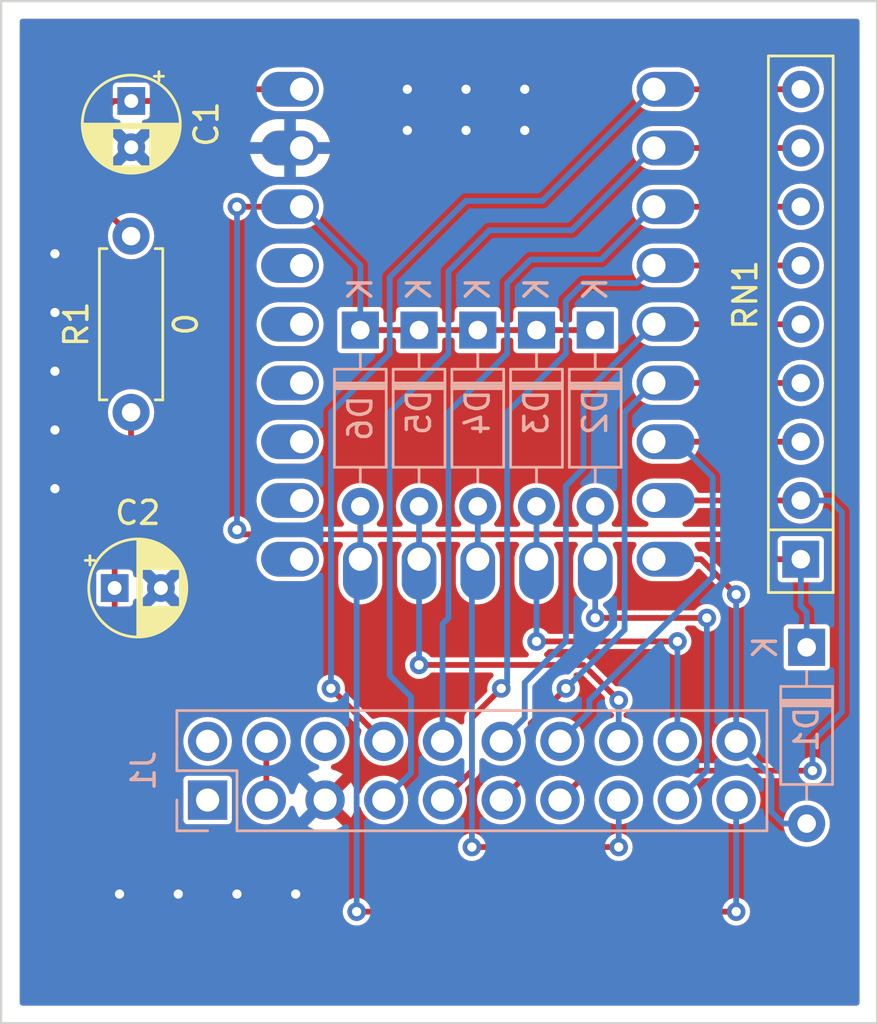
<source format=kicad_pcb>
(kicad_pcb (version 20221018) (generator pcbnew)
  (layers (0 "F.Cu" signal) (31 "B.Cu" signal) (34 "B.Paste" user) (35 "F.Paste" user) (36 "B.SilkS" user "B.Silkscreen") (37 "F.SilkS" user "F.Silkscreen") (38 "B.Mask" user) (39 "F.Mask" user) (44 "Edge.Cuts" user))
  (net 0 "")
  (net 3 "GNDD")
  (net 4 "/SPK")
  (net 5 "/KC9")
  (net 6 "/KC8")
  (net 7 "/KC11")
  (net 8 "/KC10")
  (net 9 "/KC13")
  (net 10 "/KC12")
  (net 11 "/KC15")
  (net 12 "/KC14")
  (net 13 "/KR3")
  (net 14 "/KR4")
  (net 15 "/KR1")
  (net 16 "/KR2")
  (net 17 "/KR5")
  (net 18 "/KR0")
  (net 25 "/V3_3")
  (net 26 "Net-(U1-5V)")
  (net 27 "VCC")
  (footprint "Capacitor_THT:CP_Radial_D4.0mm_P2.00mm" (layer "F.Cu") (at 93.515401 97.765221)
    (fp_text reference "C2" (at 1 -3.25) (layer "F.SilkS"))
    (fp_text value "10u")
    (fp_line (start -1.269801 -1.195) (end -0.869801 -1.195) (stroke (width 0.12)) (layer "F.SilkS"))
    (fp_line (start -1.069801 -1.395) (end -1.069801 -0.995) (stroke (width 0.12)) (layer "F.SilkS"))
    (fp_line (start 1 -2.08) (end 1 2.08) (stroke (width 0.12)) (layer "F.SilkS"))
    (fp_line (start 1.04 -2.08) (end 1.04 2.08) (stroke (width 0.12)) (layer "F.SilkS"))
    (fp_line (start 1.08 -2.079) (end 1.08 2.079) (stroke (width 0.12)) (layer "F.SilkS"))
    (fp_line (start 1.12 -2.077) (end 1.12 2.077) (stroke (width 0.12)) (layer "F.SilkS"))
    (fp_line (start 1.16 -2.074) (end 1.16 2.074) (stroke (width 0.12)) (layer "F.SilkS"))
    (fp_line (start 1.2 -2.071) (end 1.2 -0.84) (stroke (width 0.12)) (layer "F.SilkS"))
    (fp_line (start 1.2 0.84) (end 1.2 2.071) (stroke (width 0.12)) (layer "F.SilkS"))
    (fp_line (start 1.24 -2.067) (end 1.24 -0.84) (stroke (width 0.12)) (layer "F.SilkS"))
    (fp_line (start 1.24 0.84) (end 1.24 2.067) (stroke (width 0.12)) (layer "F.SilkS"))
    (fp_line (start 1.28 -2.062) (end 1.28 -0.84) (stroke (width 0.12)) (layer "F.SilkS"))
    (fp_line (start 1.28 0.84) (end 1.28 2.062) (stroke (width 0.12)) (layer "F.SilkS"))
    (fp_line (start 1.32 -2.056) (end 1.32 -0.84) (stroke (width 0.12)) (layer "F.SilkS"))
    (fp_line (start 1.32 0.84) (end 1.32 2.056) (stroke (width 0.12)) (layer "F.SilkS"))
    (fp_line (start 1.36 -2.05) (end 1.36 -0.84) (stroke (width 0.12)) (layer "F.SilkS"))
    (fp_line (start 1.36 0.84) (end 1.36 2.05) (stroke (width 0.12)) (layer "F.SilkS"))
    (fp_line (start 1.4 -2.042) (end 1.4 -0.84) (stroke (width 0.12)) (layer "F.SilkS"))
    (fp_line (start 1.4 0.84) (end 1.4 2.042) (stroke (width 0.12)) (layer "F.SilkS"))
    (fp_line (start 1.44 -2.034) (end 1.44 -0.84) (stroke (width 0.12)) (layer "F.SilkS"))
    (fp_line (start 1.44 0.84) (end 1.44 2.034) (stroke (width 0.12)) (layer "F.SilkS"))
    (fp_line (start 1.48 -2.025) (end 1.48 -0.84) (stroke (width 0.12)) (layer "F.SilkS"))
    (fp_line (start 1.48 0.84) (end 1.48 2.025) (stroke (width 0.12)) (layer "F.SilkS"))
    (fp_line (start 1.52 -2.016) (end 1.52 -0.84) (stroke (width 0.12)) (layer "F.SilkS"))
    (fp_line (start 1.52 0.84) (end 1.52 2.016) (stroke (width 0.12)) (layer "F.SilkS"))
    (fp_line (start 1.56 -2.005) (end 1.56 -0.84) (stroke (width 0.12)) (layer "F.SilkS"))
    (fp_line (start 1.56 0.84) (end 1.56 2.005) (stroke (width 0.12)) (layer "F.SilkS"))
    (fp_line (start 1.6 -1.994) (end 1.6 -0.84) (stroke (width 0.12)) (layer "F.SilkS"))
    (fp_line (start 1.6 0.84) (end 1.6 1.994) (stroke (width 0.12)) (layer "F.SilkS"))
    (fp_line (start 1.64 -1.982) (end 1.64 -0.84) (stroke (width 0.12)) (layer "F.SilkS"))
    (fp_line (start 1.64 0.84) (end 1.64 1.982) (stroke (width 0.12)) (layer "F.SilkS"))
    (fp_line (start 1.68 -1.968) (end 1.68 -0.84) (stroke (width 0.12)) (layer "F.SilkS"))
    (fp_line (start 1.68 0.84) (end 1.68 1.968) (stroke (width 0.12)) (layer "F.SilkS"))
    (fp_line (start 1.721 -1.954) (end 1.721 -0.84) (stroke (width 0.12)) (layer "F.SilkS"))
    (fp_line (start 1.721 0.84) (end 1.721 1.954) (stroke (width 0.12)) (layer "F.SilkS"))
    (fp_line (start 1.761 -1.94) (end 1.761 -0.84) (stroke (width 0.12)) (layer "F.SilkS"))
    (fp_line (start 1.761 0.84) (end 1.761 1.94) (stroke (width 0.12)) (layer "F.SilkS"))
    (fp_line (start 1.801 -1.924) (end 1.801 -0.84) (stroke (width 0.12)) (layer "F.SilkS"))
    (fp_line (start 1.801 0.84) (end 1.801 1.924) (stroke (width 0.12)) (layer "F.SilkS"))
    (fp_line (start 1.841 -1.907) (end 1.841 -0.84) (stroke (width 0.12)) (layer "F.SilkS"))
    (fp_line (start 1.841 0.84) (end 1.841 1.907) (stroke (width 0.12)) (layer "F.SilkS"))
    (fp_line (start 1.881 -1.889) (end 1.881 -0.84) (stroke (width 0.12)) (layer "F.SilkS"))
    (fp_line (start 1.881 0.84) (end 1.881 1.889) (stroke (width 0.12)) (layer "F.SilkS"))
    (fp_line (start 1.921 -1.87) (end 1.921 -0.84) (stroke (width 0.12)) (layer "F.SilkS"))
    (fp_line (start 1.921 0.84) (end 1.921 1.87) (stroke (width 0.12)) (layer "F.SilkS"))
    (fp_line (start 1.961 -1.851) (end 1.961 -0.84) (stroke (width 0.12)) (layer "F.SilkS"))
    (fp_line (start 1.961 0.84) (end 1.961 1.851) (stroke (width 0.12)) (layer "F.SilkS"))
    (fp_line (start 2.001 -1.83) (end 2.001 -0.84) (stroke (width 0.12)) (layer "F.SilkS"))
    (fp_line (start 2.001 0.84) (end 2.001 1.83) (stroke (width 0.12)) (layer "F.SilkS"))
    (fp_line (start 2.041 -1.808) (end 2.041 -0.84) (stroke (width 0.12)) (layer "F.SilkS"))
    (fp_line (start 2.041 0.84) (end 2.041 1.808) (stroke (width 0.12)) (layer "F.SilkS"))
    (fp_line (start 2.081 -1.785) (end 2.081 -0.84) (stroke (width 0.12)) (layer "F.SilkS"))
    (fp_line (start 2.081 0.84) (end 2.081 1.785) (stroke (width 0.12)) (layer "F.SilkS"))
    (fp_line (start 2.121 -1.76) (end 2.121 -0.84) (stroke (width 0.12)) (layer "F.SilkS"))
    (fp_line (start 2.121 0.84) (end 2.121 1.76) (stroke (width 0.12)) (layer "F.SilkS"))
    (fp_line (start 2.161 -1.735) (end 2.161 -0.84) (stroke (width 0.12)) (layer "F.SilkS"))
    (fp_line (start 2.161 0.84) (end 2.161 1.735) (stroke (width 0.12)) (layer "F.SilkS"))
    (fp_line (start 2.201 -1.708) (end 2.201 -0.84) (stroke (width 0.12)) (layer "F.SilkS"))
    (fp_line (start 2.201 0.84) (end 2.201 1.708) (stroke (width 0.12)) (layer "F.SilkS"))
    (fp_line (start 2.241 -1.68) (end 2.241 -0.84) (stroke (width 0.12)) (layer "F.SilkS"))
    (fp_line (start 2.241 0.84) (end 2.241 1.68) (stroke (width 0.12)) (layer "F.SilkS"))
    (fp_line (start 2.281 -1.65) (end 2.281 -0.84) (stroke (width 0.12)) (layer "F.SilkS"))
    (fp_line (start 2.281 0.84) (end 2.281 1.65) (stroke (width 0.12)) (layer "F.SilkS"))
    (fp_line (start 2.321 -1.619) (end 2.321 -0.84) (stroke (width 0.12)) (layer "F.SilkS"))
    (fp_line (start 2.321 0.84) (end 2.321 1.619) (stroke (width 0.12)) (layer "F.SilkS"))
    (fp_line (start 2.361 -1.587) (end 2.361 -0.84) (stroke (width 0.12)) (layer "F.SilkS"))
    (fp_line (start 2.361 0.84) (end 2.361 1.587) (stroke (width 0.12)) (layer "F.SilkS"))
    (fp_line (start 2.401 -1.552) (end 2.401 -0.84) (stroke (width 0.12)) (layer "F.SilkS"))
    (fp_line (start 2.401 0.84) (end 2.401 1.552) (stroke (width 0.12)) (layer "F.SilkS"))
    (fp_line (start 2.441 -1.516) (end 2.441 -0.84) (stroke (width 0.12)) (layer "F.SilkS"))
    (fp_line (start 2.441 0.84) (end 2.441 1.516) (stroke (width 0.12)) (layer "F.SilkS"))
    (fp_line (start 2.481 -1.478) (end 2.481 -0.84) (stroke (width 0.12)) (layer "F.SilkS"))
    (fp_line (start 2.481 0.84) (end 2.481 1.478) (stroke (width 0.12)) (layer "F.SilkS"))
    (fp_line (start 2.521 -1.438) (end 2.521 -0.84) (stroke (width 0.12)) (layer "F.SilkS"))
    (fp_line (start 2.521 0.84) (end 2.521 1.438) (stroke (width 0.12)) (layer "F.SilkS"))
    (fp_line (start 2.561 -1.396) (end 2.561 -0.84) (stroke (width 0.12)) (layer "F.SilkS"))
    (fp_line (start 2.561 0.84) (end 2.561 1.396) (stroke (width 0.12)) (layer "F.SilkS"))
    (fp_line (start 2.601 -1.351) (end 2.601 -0.84) (stroke (width 0.12)) (layer "F.SilkS"))
    (fp_line (start 2.601 0.84) (end 2.601 1.351) (stroke (width 0.12)) (layer "F.SilkS"))
    (fp_line (start 2.641 -1.304) (end 2.641 -0.84) (stroke (width 0.12)) (layer "F.SilkS"))
    (fp_line (start 2.641 0.84) (end 2.641 1.304) (stroke (width 0.12)) (layer "F.SilkS"))
    (fp_line (start 2.681 -1.254) (end 2.681 -0.84) (stroke (width 0.12)) (layer "F.SilkS"))
    (fp_line (start 2.681 0.84) (end 2.681 1.254) (stroke (width 0.12)) (layer "F.SilkS"))
    (fp_line (start 2.721 -1.2) (end 2.721 -0.84) (stroke (width 0.12)) (layer "F.SilkS"))
    (fp_line (start 2.721 0.84) (end 2.721 1.2) (stroke (width 0.12)) (layer "F.SilkS"))
    (fp_line (start 2.761 -1.142) (end 2.761 -0.84) (stroke (width 0.12)) (layer "F.SilkS"))
    (fp_line (start 2.761 0.84) (end 2.761 1.142) (stroke (width 0.12)) (layer "F.SilkS"))
    (fp_line (start 2.801 -1.08) (end 2.801 -0.84) (stroke (width 0.12)) (layer "F.SilkS"))
    (fp_line (start 2.801 0.84) (end 2.801 1.08) (stroke (width 0.12)) (layer "F.SilkS"))
    (fp_line (start 2.841 -1.013) (end 2.841 1.013) (stroke (width 0.12)) (layer "F.SilkS"))
    (fp_line (start 2.881 -0.94) (end 2.881 0.94) (stroke (width 0.12)) (layer "F.SilkS"))
    (fp_line (start 2.921 -0.859) (end 2.921 0.859) (stroke (width 0.12)) (layer "F.SilkS"))
    (fp_line (start 2.961 -0.768) (end 2.961 0.768) (stroke (width 0.12)) (layer "F.SilkS"))
    (fp_line (start 3.001 -0.664) (end 3.001 0.664) (stroke (width 0.12)) (layer "F.SilkS"))
    (fp_line (start 3.041 -0.537) (end 3.041 0.537) (stroke (width 0.12)) (layer "F.SilkS"))
    (fp_line (start 3.081 -0.37) (end 3.081 0.37) (stroke (width 0.12)) (layer "F.SilkS"))
    (fp_circle (center 1 0) (end 3.12 0) (stroke (width 0.12)) (fill none) (layer "F.SilkS"))
    (pad "1" thru_hole rect (at 0 0) (size 1.2 1.2) (drill 0.6) (layers "*.Cu" "*.Mask") (net 27 "VCC"))
    (pad "2" thru_hole circle (at 2 0) (size 1.2 1.2) (drill 0.6) (layers "*.Cu" "*.Mask") (net 3 "GNDD"))
  )
  (footprint "Capacitor_THT:CP_Radial_D4.0mm_P2.00mm" (layer "F.Cu") (at 94.234 76.708 -90)
    (fp_text reference "C1" (at 1 -3.25 90) (layer "F.SilkS"))
    (fp_text value "10u")
    (fp_line (start -1.269801 -1.195) (end -0.869801 -1.195) (stroke (width 0.12)) (layer "F.SilkS"))
    (fp_line (start -1.069801 -1.395) (end -1.069801 -0.995) (stroke (width 0.12)) (layer "F.SilkS"))
    (fp_line (start 1 -2.08) (end 1 2.08) (stroke (width 0.12)) (layer "F.SilkS"))
    (fp_line (start 1.04 -2.08) (end 1.04 2.08) (stroke (width 0.12)) (layer "F.SilkS"))
    (fp_line (start 1.08 -2.079) (end 1.08 2.079) (stroke (width 0.12)) (layer "F.SilkS"))
    (fp_line (start 1.12 -2.077) (end 1.12 2.077) (stroke (width 0.12)) (layer "F.SilkS"))
    (fp_line (start 1.16 -2.074) (end 1.16 2.074) (stroke (width 0.12)) (layer "F.SilkS"))
    (fp_line (start 1.2 -2.071) (end 1.2 -0.84) (stroke (width 0.12)) (layer "F.SilkS"))
    (fp_line (start 1.2 0.84) (end 1.2 2.071) (stroke (width 0.12)) (layer "F.SilkS"))
    (fp_line (start 1.24 -2.067) (end 1.24 -0.84) (stroke (width 0.12)) (layer "F.SilkS"))
    (fp_line (start 1.24 0.84) (end 1.24 2.067) (stroke (width 0.12)) (layer "F.SilkS"))
    (fp_line (start 1.28 -2.062) (end 1.28 -0.84) (stroke (width 0.12)) (layer "F.SilkS"))
    (fp_line (start 1.28 0.84) (end 1.28 2.062) (stroke (width 0.12)) (layer "F.SilkS"))
    (fp_line (start 1.32 -2.056) (end 1.32 -0.84) (stroke (width 0.12)) (layer "F.SilkS"))
    (fp_line (start 1.32 0.84) (end 1.32 2.056) (stroke (width 0.12)) (layer "F.SilkS"))
    (fp_line (start 1.36 -2.05) (end 1.36 -0.84) (stroke (width 0.12)) (layer "F.SilkS"))
    (fp_line (start 1.36 0.84) (end 1.36 2.05) (stroke (width 0.12)) (layer "F.SilkS"))
    (fp_line (start 1.4 -2.042) (end 1.4 -0.84) (stroke (width 0.12)) (layer "F.SilkS"))
    (fp_line (start 1.4 0.84) (end 1.4 2.042) (stroke (width 0.12)) (layer "F.SilkS"))
    (fp_line (start 1.44 -2.034) (end 1.44 -0.84) (stroke (width 0.12)) (layer "F.SilkS"))
    (fp_line (start 1.44 0.84) (end 1.44 2.034) (stroke (width 0.12)) (layer "F.SilkS"))
    (fp_line (start 1.48 -2.025) (end 1.48 -0.84) (stroke (width 0.12)) (layer "F.SilkS"))
    (fp_line (start 1.48 0.84) (end 1.48 2.025) (stroke (width 0.12)) (layer "F.SilkS"))
    (fp_line (start 1.52 -2.016) (end 1.52 -0.84) (stroke (width 0.12)) (layer "F.SilkS"))
    (fp_line (start 1.52 0.84) (end 1.52 2.016) (stroke (width 0.12)) (layer "F.SilkS"))
    (fp_line (start 1.56 -2.005) (end 1.56 -0.84) (stroke (width 0.12)) (layer "F.SilkS"))
    (fp_line (start 1.56 0.84) (end 1.56 2.005) (stroke (width 0.12)) (layer "F.SilkS"))
    (fp_line (start 1.6 -1.994) (end 1.6 -0.84) (stroke (width 0.12)) (layer "F.SilkS"))
    (fp_line (start 1.6 0.84) (end 1.6 1.994) (stroke (width 0.12)) (layer "F.SilkS"))
    (fp_line (start 1.64 -1.982) (end 1.64 -0.84) (stroke (width 0.12)) (layer "F.SilkS"))
    (fp_line (start 1.64 0.84) (end 1.64 1.982) (stroke (width 0.12)) (layer "F.SilkS"))
    (fp_line (start 1.68 -1.968) (end 1.68 -0.84) (stroke (width 0.12)) (layer "F.SilkS"))
    (fp_line (start 1.68 0.84) (end 1.68 1.968) (stroke (width 0.12)) (layer "F.SilkS"))
    (fp_line (start 1.721 -1.954) (end 1.721 -0.84) (stroke (width 0.12)) (layer "F.SilkS"))
    (fp_line (start 1.721 0.84) (end 1.721 1.954) (stroke (width 0.12)) (layer "F.SilkS"))
    (fp_line (start 1.761 -1.94) (end 1.761 -0.84) (stroke (width 0.12)) (layer "F.SilkS"))
    (fp_line (start 1.761 0.84) (end 1.761 1.94) (stroke (width 0.12)) (layer "F.SilkS"))
    (fp_line (start 1.801 -1.924) (end 1.801 -0.84) (stroke (width 0.12)) (layer "F.SilkS"))
    (fp_line (start 1.801 0.84) (end 1.801 1.924) (stroke (width 0.12)) (layer "F.SilkS"))
    (fp_line (start 1.841 -1.907) (end 1.841 -0.84) (stroke (width 0.12)) (layer "F.SilkS"))
    (fp_line (start 1.841 0.84) (end 1.841 1.907) (stroke (width 0.12)) (layer "F.SilkS"))
    (fp_line (start 1.881 -1.889) (end 1.881 -0.84) (stroke (width 0.12)) (layer "F.SilkS"))
    (fp_line (start 1.881 0.84) (end 1.881 1.889) (stroke (width 0.12)) (layer "F.SilkS"))
    (fp_line (start 1.921 -1.87) (end 1.921 -0.84) (stroke (width 0.12)) (layer "F.SilkS"))
    (fp_line (start 1.921 0.84) (end 1.921 1.87) (stroke (width 0.12)) (layer "F.SilkS"))
    (fp_line (start 1.961 -1.851) (end 1.961 -0.84) (stroke (width 0.12)) (layer "F.SilkS"))
    (fp_line (start 1.961 0.84) (end 1.961 1.851) (stroke (width 0.12)) (layer "F.SilkS"))
    (fp_line (start 2.001 -1.83) (end 2.001 -0.84) (stroke (width 0.12)) (layer "F.SilkS"))
    (fp_line (start 2.001 0.84) (end 2.001 1.83) (stroke (width 0.12)) (layer "F.SilkS"))
    (fp_line (start 2.041 -1.808) (end 2.041 -0.84) (stroke (width 0.12)) (layer "F.SilkS"))
    (fp_line (start 2.041 0.84) (end 2.041 1.808) (stroke (width 0.12)) (layer "F.SilkS"))
    (fp_line (start 2.081 -1.785) (end 2.081 -0.84) (stroke (width 0.12)) (layer "F.SilkS"))
    (fp_line (start 2.081 0.84) (end 2.081 1.785) (stroke (width 0.12)) (layer "F.SilkS"))
    (fp_line (start 2.121 -1.76) (end 2.121 -0.84) (stroke (width 0.12)) (layer "F.SilkS"))
    (fp_line (start 2.121 0.84) (end 2.121 1.76) (stroke (width 0.12)) (layer "F.SilkS"))
    (fp_line (start 2.161 -1.735) (end 2.161 -0.84) (stroke (width 0.12)) (layer "F.SilkS"))
    (fp_line (start 2.161 0.84) (end 2.161 1.735) (stroke (width 0.12)) (layer "F.SilkS"))
    (fp_line (start 2.201 -1.708) (end 2.201 -0.84) (stroke (width 0.12)) (layer "F.SilkS"))
    (fp_line (start 2.201 0.84) (end 2.201 1.708) (stroke (width 0.12)) (layer "F.SilkS"))
    (fp_line (start 2.241 -1.68) (end 2.241 -0.84) (stroke (width 0.12)) (layer "F.SilkS"))
    (fp_line (start 2.241 0.84) (end 2.241 1.68) (stroke (width 0.12)) (layer "F.SilkS"))
    (fp_line (start 2.281 -1.65) (end 2.281 -0.84) (stroke (width 0.12)) (layer "F.SilkS"))
    (fp_line (start 2.281 0.84) (end 2.281 1.65) (stroke (width 0.12)) (layer "F.SilkS"))
    (fp_line (start 2.321 -1.619) (end 2.321 -0.84) (stroke (width 0.12)) (layer "F.SilkS"))
    (fp_line (start 2.321 0.84) (end 2.321 1.619) (stroke (width 0.12)) (layer "F.SilkS"))
    (fp_line (start 2.361 -1.587) (end 2.361 -0.84) (stroke (width 0.12)) (layer "F.SilkS"))
    (fp_line (start 2.361 0.84) (end 2.361 1.587) (stroke (width 0.12)) (layer "F.SilkS"))
    (fp_line (start 2.401 -1.552) (end 2.401 -0.84) (stroke (width 0.12)) (layer "F.SilkS"))
    (fp_line (start 2.401 0.84) (end 2.401 1.552) (stroke (width 0.12)) (layer "F.SilkS"))
    (fp_line (start 2.441 -1.516) (end 2.441 -0.84) (stroke (width 0.12)) (layer "F.SilkS"))
    (fp_line (start 2.441 0.84) (end 2.441 1.516) (stroke (width 0.12)) (layer "F.SilkS"))
    (fp_line (start 2.481 -1.478) (end 2.481 -0.84) (stroke (width 0.12)) (layer "F.SilkS"))
    (fp_line (start 2.481 0.84) (end 2.481 1.478) (stroke (width 0.12)) (layer "F.SilkS"))
    (fp_line (start 2.521 -1.438) (end 2.521 -0.84) (stroke (width 0.12)) (layer "F.SilkS"))
    (fp_line (start 2.521 0.84) (end 2.521 1.438) (stroke (width 0.12)) (layer "F.SilkS"))
    (fp_line (start 2.561 -1.396) (end 2.561 -0.84) (stroke (width 0.12)) (layer "F.SilkS"))
    (fp_line (start 2.561 0.84) (end 2.561 1.396) (stroke (width 0.12)) (layer "F.SilkS"))
    (fp_line (start 2.601 -1.351) (end 2.601 -0.84) (stroke (width 0.12)) (layer "F.SilkS"))
    (fp_line (start 2.601 0.84) (end 2.601 1.351) (stroke (width 0.12)) (layer "F.SilkS"))
    (fp_line (start 2.641 -1.304) (end 2.641 -0.84) (stroke (width 0.12)) (layer "F.SilkS"))
    (fp_line (start 2.641 0.84) (end 2.641 1.304) (stroke (width 0.12)) (layer "F.SilkS"))
    (fp_line (start 2.681 -1.254) (end 2.681 -0.84) (stroke (width 0.12)) (layer "F.SilkS"))
    (fp_line (start 2.681 0.84) (end 2.681 1.254) (stroke (width 0.12)) (layer "F.SilkS"))
    (fp_line (start 2.721 -1.2) (end 2.721 -0.84) (stroke (width 0.12)) (layer "F.SilkS"))
    (fp_line (start 2.721 0.84) (end 2.721 1.2) (stroke (width 0.12)) (layer "F.SilkS"))
    (fp_line (start 2.761 -1.142) (end 2.761 -0.84) (stroke (width 0.12)) (layer "F.SilkS"))
    (fp_line (start 2.761 0.84) (end 2.761 1.142) (stroke (width 0.12)) (layer "F.SilkS"))
    (fp_line (start 2.801 -1.08) (end 2.801 -0.84) (stroke (width 0.12)) (layer "F.SilkS"))
    (fp_line (start 2.801 0.84) (end 2.801 1.08) (stroke (width 0.12)) (layer "F.SilkS"))
    (fp_line (start 2.841 -1.013) (end 2.841 1.013) (stroke (width 0.12)) (layer "F.SilkS"))
    (fp_line (start 2.881 -0.94) (end 2.881 0.94) (stroke (width 0.12)) (layer "F.SilkS"))
    (fp_line (start 2.921 -0.859) (end 2.921 0.859) (stroke (width 0.12)) (layer "F.SilkS"))
    (fp_line (start 2.961 -0.768) (end 2.961 0.768) (stroke (width 0.12)) (layer "F.SilkS"))
    (fp_line (start 3.001 -0.664) (end 3.001 0.664) (stroke (width 0.12)) (layer "F.SilkS"))
    (fp_line (start 3.041 -0.537) (end 3.041 0.537) (stroke (width 0.12)) (layer "F.SilkS"))
    (fp_line (start 3.081 -0.37) (end 3.081 0.37) (stroke (width 0.12)) (layer "F.SilkS"))
    (fp_circle (center 1 0) (end 3.12 0) (stroke (width 0.12)) (fill none) (layer "F.SilkS"))
    (pad "1" thru_hole rect (at 0 0 270) (size 1.2 1.2) (drill 0.6) (layers "*.Cu" "*.Mask") (net 26 "Net-(U1-5V)"))
    (pad "2" thru_hole circle (at 2 0 270) (size 1.2 1.2) (drill 0.6) (layers "*.Cu" "*.Mask") (net 3 "GNDD"))
  )
  (footprint "Resistor_THT:R_Array_SIP9" (layer "F.Cu") (at 123.19 96.52 90)
    (fp_text reference "RN1" (at 11.43 -2.4 90) (layer "F.SilkS"))
    (fp_text value "8x4K7" hide)
    (fp_line (start -1.44 -1.4) (end -1.44 1.4) (stroke (width 0.12)) (layer "F.SilkS"))
    (fp_line (start -1.44 1.4) (end 21.76 1.4) (stroke (width 0.12)) (layer "F.SilkS"))
    (fp_line (start 1.27 -1.4) (end 1.27 1.4) (stroke (width 0.12)) (layer "F.SilkS"))
    (fp_line (start 21.76 -1.4) (end -1.44 -1.4) (stroke (width 0.12)) (layer "F.SilkS"))
    (fp_line (start 21.76 1.4) (end 21.76 -1.4) (stroke (width 0.12)) (layer "F.SilkS"))
    (pad "1" thru_hole rect (at 0 0 90) (size 1.6 1.6) (drill 0.8) (layers "*.Cu" "*.Mask") (net 25 "/V3_3"))
    (pad "2" thru_hole oval (at 2.54 0 90) (size 1.6 1.6) (drill 0.8) (layers "*.Cu" "*.Mask") (net 11 "/KC15"))
    (pad "3" thru_hole oval (at 5.08 0 90) (size 1.6 1.6) (drill 0.8) (layers "*.Cu" "*.Mask") (net 12 "/KC14"))
    (pad "4" thru_hole oval (at 7.62 0 90) (size 1.6 1.6) (drill 0.8) (layers "*.Cu" "*.Mask") (net 9 "/KC13"))
    (pad "5" thru_hole oval (at 10.16 0 90) (size 1.6 1.6) (drill 0.8) (layers "*.Cu" "*.Mask") (net 10 "/KC12"))
    (pad "6" thru_hole oval (at 12.7 0 90) (size 1.6 1.6) (drill 0.8) (layers "*.Cu" "*.Mask") (net 7 "/KC11"))
    (pad "7" thru_hole oval (at 15.24 0 90) (size 1.6 1.6) (drill 0.8) (layers "*.Cu" "*.Mask") (net 8 "/KC10"))
    (pad "8" thru_hole oval (at 17.78 0 90) (size 1.6 1.6) (drill 0.8) (layers "*.Cu" "*.Mask") (net 5 "/KC9"))
    (pad "9" thru_hole oval (at 20.32 0 90) (size 1.6 1.6) (drill 0.8) (layers "*.Cu" "*.Mask") (net 6 "/KC8"))
  )
  (footprint "mcu_kleeb:rp2040-zero-tht" (layer "F.Cu") (at 109.22 86.36)
    (fp_text reference "U1" hide)
    (fp_text value "rp2040-zero" hide)
    (pad "1" thru_hole oval (at 7.62 -10.16 180) (size 2.5 1.5) (drill 1 (offset -0.5 0)) (layers "*.Cu" "*.Mask") (net 6 "/KC8"))
    (pad "2" thru_hole oval (at 7.62 -7.62 180) (size 2.5 1.5) (drill 1 (offset -0.5 0)) (layers "*.Cu" "*.Mask") (net 5 "/KC9"))
    (pad "3" thru_hole oval (at 7.62 -5.08 180) (size 2.5 1.5) (drill 1 (offset -0.5 0)) (layers "*.Cu" "*.Mask") (net 8 "/KC10"))
    (pad "4" thru_hole oval (at 7.62 -2.54 180) (size 2.5 1.5) (drill 1 (offset -0.5 0)) (layers "*.Cu" "*.Mask") (net 7 "/KC11"))
    (pad "5" thru_hole oval (at 7.62 0 180) (size 2.5 1.5) (drill 1 (offset -0.5 0)) (layers "*.Cu" "*.Mask") (net 10 "/KC12"))
    (pad "6" thru_hole oval (at 7.62 2.54 180) (size 2.5 1.5) (drill 1 (offset -0.5 0)) (layers "*.Cu" "*.Mask") (net 9 "/KC13"))
    (pad "7" thru_hole oval (at 7.62 5.08 180) (size 2.5 1.5) (drill 1 (offset -0.5 0)) (layers "*.Cu" "*.Mask") (net 12 "/KC14"))
    (pad "8" thru_hole oval (at 7.62 7.62 180) (size 2.5 1.5) (drill 1 (offset -0.5 0)) (layers "*.Cu" "*.Mask") (net 11 "/KC15"))
    (pad "9" thru_hole oval (at 7.62 10.16 180) (size 2.5 1.5) (drill 1 (offset -0.5 0)) (layers "*.Cu" "*.Mask") (net 18 "/KR0"))
    (pad "10" thru_hole oval (at 5.08 10.16 90) (size 2.5 1.5) (drill 1 (offset -0.5 0)) (layers "*.Cu" "*.Mask") (net 15 "/KR1"))
    (pad "11" thru_hole oval (at 2.54 10.16 90) (size 2.5 1.5) (drill 1 (offset -0.5 0)) (layers "*.Cu" "*.Mask") (net 16 "/KR2"))
    (pad "12" thru_hole oval (at 0 10.16 90) (size 2.5 1.5) (drill 1 (offset -0.5 0)) (layers "*.Cu" "*.Mask") (net 13 "/KR3"))
    (pad "13" thru_hole oval (at -2.54 10.16 90) (size 2.5 1.5) (drill 1 (offset -0.5 0)) (layers "*.Cu" "*.Mask") (net 14 "/KR4"))
    (pad "14" thru_hole oval (at -5.08 10.16 90) (size 2.5 1.5) (drill 1 (offset -0.5 0)) (layers "*.Cu" "*.Mask") (net 17 "/KR5"))
    (pad "15" thru_hole oval (at -7.62 10.16) (size 2.5 1.5) (drill 1 (offset -0.5 0)) (layers "*.Cu" "*.Mask"))
    (pad "16" thru_hole oval (at -7.62 7.62) (size 2.5 1.5) (drill 1 (offset -0.5 0)) (layers "*.Cu" "*.Mask"))
    (pad "17" thru_hole oval (at -7.62 5.08) (size 2.5 1.5) (drill 1 (offset -0.5 0)) (layers "*.Cu" "*.Mask"))
    (pad "18" thru_hole oval (at -7.62 2.54) (size 2.5 1.5) (drill 1 (offset -0.5 0)) (layers "*.Cu" "*.Mask"))
    (pad "19" thru_hole oval (at -7.62 0) (size 2.5 1.5) (drill 1 (offset -0.5 0)) (layers "*.Cu" "*.Mask"))
    (pad "20" thru_hole oval (at -7.62 -2.54) (size 2.5 1.5) (drill 1 (offset -0.5 0)) (layers "*.Cu" "*.Mask"))
    (pad "21" thru_hole oval (at -7.62 -5.08) (size 2.5 1.5) (drill 1 (offset -0.5 0)) (layers "*.Cu" "*.Mask") (net 25 "/V3_3"))
    (pad "22" thru_hole oval (at -7.62 -7.62) (size 2.5 1.5) (drill 1 (offset -0.5 0)) (layers "*.Cu" "*.Mask") (net 3 "GNDD"))
    (pad "23" thru_hole oval (at -7.62 -10.16) (size 2.5 1.5) (drill 1 (offset -0.5 0)) (layers "*.Cu" "*.Mask") (net 26 "Net-(U1-5V)"))
  )
  (footprint "Resistor_THT:R_Axial_DIN0207_L6.3mm_D2.5mm_P7.62mm_Horizontal" (layer "F.Cu") (at 94.225445 90.17 90)
    (fp_text reference "R1" (at 3.81 -2.37 90) (layer "F.SilkS"))
    (fp_text value "0" (at 3.81 2.37 90) (layer "F.SilkS"))
    (fp_line (start 0.54 -1.37) (end 7.08 -1.37) (stroke (width 0.12)) (layer "F.SilkS"))
    (fp_line (start 0.54 -1.04) (end 0.54 -1.37) (stroke (width 0.12)) (layer "F.SilkS"))
    (fp_line (start 0.54 1.04) (end 0.54 1.37) (stroke (width 0.12)) (layer "F.SilkS"))
    (fp_line (start 0.54 1.37) (end 7.08 1.37) (stroke (width 0.12)) (layer "F.SilkS"))
    (fp_line (start 7.08 -1.37) (end 7.08 -1.04) (stroke (width 0.12)) (layer "F.SilkS"))
    (fp_line (start 7.08 1.37) (end 7.08 1.04) (stroke (width 0.12)) (layer "F.SilkS"))
    (pad "1" thru_hole circle (at 0 0 90) (size 1.6 1.6) (drill 0.8) (layers "*.Cu" "*.Mask") (net 27 "VCC"))
    (pad "2" thru_hole oval (at 7.62 0 90) (size 1.6 1.6) (drill 0.8) (layers "*.Cu" "*.Mask") (net 26 "Net-(U1-5V)"))
  )
  (footprint "Diode_THT:D_DO-35_SOD27_P7.62mm_Horizontal" (layer "B.Cu") (at 106.68 86.614 -90)
    (fp_text reference "D5" (at 3.556 0.006 90) (layer "B.SilkS") (effects (justify mirror)))
    (fp_text value "1N5711")
    (fp_text user "K" (at -1.778 0 90) (layer "B.SilkS") (effects (justify mirror)))
    (fp_line (start 1.04 0) (end 1.69 0) (stroke (width 0.12)) (layer "B.SilkS"))
    (fp_line (start 1.69 -1.12) (end 5.93 -1.12) (stroke (width 0.12)) (layer "B.SilkS"))
    (fp_line (start 1.69 1.12) (end 1.69 -1.12) (stroke (width 0.12)) (layer "B.SilkS"))
    (fp_line (start 2.29 1.12) (end 2.29 -1.12) (stroke (width 0.12)) (layer "B.SilkS"))
    (fp_line (start 2.41 1.12) (end 2.41 -1.12) (stroke (width 0.12)) (layer "B.SilkS"))
    (fp_line (start 2.53 1.12) (end 2.53 -1.12) (stroke (width 0.12)) (layer "B.SilkS"))
    (fp_line (start 5.93 -1.12) (end 5.93 1.12) (stroke (width 0.12)) (layer "B.SilkS"))
    (fp_line (start 5.93 1.12) (end 1.69 1.12) (stroke (width 0.12)) (layer "B.SilkS"))
    (fp_line (start 6.58 0) (end 5.93 0) (stroke (width 0.12)) (layer "B.SilkS"))
    (pad "1" thru_hole rect (at 0 0 270) (size 1.6 1.6) (drill 0.8) (layers "*.Cu" "*.Mask") (net 25 "/V3_3"))
    (pad "2" thru_hole oval (at 7.62 0 270) (size 1.6 1.6) (drill 0.8) (layers "*.Cu" "*.Mask") (net 14 "/KR4"))
  )
  (footprint "Diode_THT:D_DO-35_SOD27_P7.62mm_Horizontal" (layer "B.Cu") (at 104.14 86.614 -90)
    (fp_text reference "D6" (at 3.81 0 90) (layer "B.SilkS") (effects (justify mirror)))
    (fp_text value "1N5711")
    (fp_text user "K" (at -1.778 0 90) (layer "B.SilkS") (effects (justify mirror)))
    (fp_line (start 1.04 0) (end 1.69 0) (stroke (width 0.12)) (layer "B.SilkS"))
    (fp_line (start 1.69 -1.12) (end 5.93 -1.12) (stroke (width 0.12)) (layer "B.SilkS"))
    (fp_line (start 1.69 1.12) (end 1.69 -1.12) (stroke (width 0.12)) (layer "B.SilkS"))
    (fp_line (start 2.29 1.12) (end 2.29 -1.12) (stroke (width 0.12)) (layer "B.SilkS"))
    (fp_line (start 2.41 1.12) (end 2.41 -1.12) (stroke (width 0.12)) (layer "B.SilkS"))
    (fp_line (start 2.53 1.12) (end 2.53 -1.12) (stroke (width 0.12)) (layer "B.SilkS"))
    (fp_line (start 5.93 -1.12) (end 5.93 1.12) (stroke (width 0.12)) (layer "B.SilkS"))
    (fp_line (start 5.93 1.12) (end 1.69 1.12) (stroke (width 0.12)) (layer "B.SilkS"))
    (fp_line (start 6.58 0) (end 5.93 0) (stroke (width 0.12)) (layer "B.SilkS"))
    (pad "1" thru_hole rect (at 0 0 270) (size 1.6 1.6) (drill 0.8) (layers "*.Cu" "*.Mask") (net 25 "/V3_3"))
    (pad "2" thru_hole oval (at 7.62 0 270) (size 1.6 1.6) (drill 0.8) (layers "*.Cu" "*.Mask") (net 17 "/KR5"))
  )
  (footprint "Diode_THT:D_DO-35_SOD27_P7.62mm_Horizontal" (layer "B.Cu") (at 111.76 86.614 -90)
    (fp_text reference "D3" (at 3.556 0.006 90) (layer "B.SilkS") (effects (justify mirror)))
    (fp_text value "1N5711")
    (fp_text user "K" (at -1.778 0 90) (layer "B.SilkS") (effects (justify mirror)))
    (fp_line (start 1.04 0) (end 1.69 0) (stroke (width 0.12)) (layer "B.SilkS"))
    (fp_line (start 1.69 -1.12) (end 5.93 -1.12) (stroke (width 0.12)) (layer "B.SilkS"))
    (fp_line (start 1.69 1.12) (end 1.69 -1.12) (stroke (width 0.12)) (layer "B.SilkS"))
    (fp_line (start 2.29 1.12) (end 2.29 -1.12) (stroke (width 0.12)) (layer "B.SilkS"))
    (fp_line (start 2.41 1.12) (end 2.41 -1.12) (stroke (width 0.12)) (layer "B.SilkS"))
    (fp_line (start 2.53 1.12) (end 2.53 -1.12) (stroke (width 0.12)) (layer "B.SilkS"))
    (fp_line (start 5.93 -1.12) (end 5.93 1.12) (stroke (width 0.12)) (layer "B.SilkS"))
    (fp_line (start 5.93 1.12) (end 1.69 1.12) (stroke (width 0.12)) (layer "B.SilkS"))
    (fp_line (start 6.58 0) (end 5.93 0) (stroke (width 0.12)) (layer "B.SilkS"))
    (pad "1" thru_hole rect (at 0 0 270) (size 1.6 1.6) (drill 0.8) (layers "*.Cu" "*.Mask") (net 25 "/V3_3"))
    (pad "2" thru_hole oval (at 7.62 0 270) (size 1.6 1.6) (drill 0.8) (layers "*.Cu" "*.Mask") (net 16 "/KR2"))
  )
  (footprint "Connector_PinSocket_2.54mm:PinSocket_2x10_P2.54mm_Vertical" (layer "B.Cu") (at 97.536 106.934 -90)
    (fp_text reference "J1" (at -1.27 2.77 90) (layer "B.SilkS") (effects (justify mirror)))
    (fp_text value "Conn_02x10_Odd_Even")
    (fp_line (start -3.87 -24.19) (end 1.33 -24.19) (stroke (width 0.12)) (layer "B.SilkS"))
    (fp_line (start -3.87 1.33) (end -3.87 -24.19) (stroke (width 0.12)) (layer "B.SilkS"))
    (fp_line (start -3.87 1.33) (end -1.27 1.33) (stroke (width 0.12)) (layer "B.SilkS"))
    (fp_line (start -1.27 -1.27) (end 1.33 -1.27) (stroke (width 0.12)) (layer "B.SilkS"))
    (fp_line (start -1.27 1.33) (end -1.27 -1.27) (stroke (width 0.12)) (layer "B.SilkS"))
    (fp_line (start 0 1.33) (end 1.33 1.33) (stroke (width 0.12)) (layer "B.SilkS"))
    (fp_line (start 1.33 -1.27) (end 1.33 -24.19) (stroke (width 0.12)) (layer "B.SilkS"))
    (fp_line (start 1.33 1.33) (end 1.33 0) (stroke (width 0.12)) (layer "B.SilkS"))
    (pad "1" thru_hole rect (at 0 0 270) (size 1.7 1.7) (drill 1) (layers "*.Cu" "*.Mask"))
    (pad "2" thru_hole oval (at -2.54 0 270) (size 1.7 1.7) (drill 1) (layers "*.Cu" "*.Mask"))
    (pad "3" thru_hole oval (at 0 -2.54 270) (size 1.7 1.7) (drill 1) (layers "*.Cu" "*.Mask") (net 27 "VCC"))
    (pad "4" thru_hole oval (at -2.54 -2.54 270) (size 1.7 1.7) (drill 1) (layers "*.Cu" "*.Mask") (net 27 "VCC"))
    (pad "5" thru_hole oval (at 0 -5.08 270) (size 1.7 1.7) (drill 1) (layers "*.Cu" "*.Mask") (net 3 "GNDD"))
    (pad "6" thru_hole oval (at -2.54 -5.08 270) (size 1.7 1.7) (drill 1) (layers "*.Cu" "*.Mask") (net 4 "/SPK"))
    (pad "7" thru_hole oval (at 0 -7.62 270) (size 1.7 1.7) (drill 1) (layers "*.Cu" "*.Mask") (net 5 "/KC9"))
    (pad "8" thru_hole oval (at -2.54 -7.62 270) (size 1.7 1.7) (drill 1) (layers "*.Cu" "*.Mask") (net 6 "/KC8"))
    (pad "9" thru_hole oval (at 0 -10.16 270) (size 1.7 1.7) (drill 1) (layers "*.Cu" "*.Mask") (net 7 "/KC11"))
    (pad "10" thru_hole oval (at -2.54 -10.16 270) (size 1.7 1.7) (drill 1) (layers "*.Cu" "*.Mask") (net 8 "/KC10"))
    (pad "11" thru_hole oval (at 0 -12.7 270) (size 1.7 1.7) (drill 1) (layers "*.Cu" "*.Mask") (net 9 "/KC13"))
    (pad "12" thru_hole oval (at -2.54 -12.7 270) (size 1.7 1.7) (drill 1) (layers "*.Cu" "*.Mask") (net 10 "/KC12"))
    (pad "13" thru_hole oval (at 0 -15.24 270) (size 1.7 1.7) (drill 1) (layers "*.Cu" "*.Mask") (net 11 "/KC15"))
    (pad "14" thru_hole oval (at -2.54 -15.24 270) (size 1.7 1.7) (drill 1) (layers "*.Cu" "*.Mask") (net 12 "/KC14"))
    (pad "15" thru_hole oval (at 0 -17.78 270) (size 1.7 1.7) (drill 1) (layers "*.Cu" "*.Mask") (net 13 "/KR3"))
    (pad "16" thru_hole oval (at -2.54 -17.78 270) (size 1.7 1.7) (drill 1) (layers "*.Cu" "*.Mask") (net 14 "/KR4"))
    (pad "17" thru_hole oval (at 0 -20.32 270) (size 1.7 1.7) (drill 1) (layers "*.Cu" "*.Mask") (net 15 "/KR1"))
    (pad "18" thru_hole oval (at -2.54 -20.32 270) (size 1.7 1.7) (drill 1) (layers "*.Cu" "*.Mask") (net 16 "/KR2"))
    (pad "19" thru_hole oval (at 0 -22.86 270) (size 1.7 1.7) (drill 1) (layers "*.Cu" "*.Mask") (net 17 "/KR5"))
    (pad "20" thru_hole oval (at -2.54 -22.86 270) (size 1.7 1.7) (drill 1) (layers "*.Cu" "*.Mask") (net 18 "/KR0"))
  )
  (footprint "Diode_THT:D_DO-35_SOD27_P7.62mm_Horizontal" (layer "B.Cu") (at 123.444 100.33 -90)
    (fp_text reference "D1" (at 3.556 0.006 90) (layer "B.SilkS") (effects (justify mirror)))
    (fp_text value "1N5711")
    (fp_text user "K" (at 0 1.8 90) (layer "B.SilkS") (effects (justify mirror)))
    (fp_line (start 1.04 0) (end 1.69 0) (stroke (width 0.12)) (layer "B.SilkS"))
    (fp_line (start 1.69 -1.12) (end 5.93 -1.12) (stroke (width 0.12)) (layer "B.SilkS"))
    (fp_line (start 1.69 1.12) (end 1.69 -1.12) (stroke (width 0.12)) (layer "B.SilkS"))
    (fp_line (start 2.29 1.12) (end 2.29 -1.12) (stroke (width 0.12)) (layer "B.SilkS"))
    (fp_line (start 2.41 1.12) (end 2.41 -1.12) (stroke (width 0.12)) (layer "B.SilkS"))
    (fp_line (start 2.53 1.12) (end 2.53 -1.12) (stroke (width 0.12)) (layer "B.SilkS"))
    (fp_line (start 5.93 -1.12) (end 5.93 1.12) (stroke (width 0.12)) (layer "B.SilkS"))
    (fp_line (start 5.93 1.12) (end 1.69 1.12) (stroke (width 0.12)) (layer "B.SilkS"))
    (fp_line (start 6.58 0) (end 5.93 0) (stroke (width 0.12)) (layer "B.SilkS"))
    (pad "1" thru_hole rect (at 0 0 270) (size 1.6 1.6) (drill 0.8) (layers "*.Cu" "*.Mask") (net 25 "/V3_3"))
    (pad "2" thru_hole oval (at 7.62 0 270) (size 1.6 1.6) (drill 0.8) (layers "*.Cu" "*.Mask") (net 18 "/KR0"))
  )
  (footprint "Diode_THT:D_DO-35_SOD27_P7.62mm_Horizontal" (layer "B.Cu") (at 109.22 86.614 -90)
    (fp_text reference "D4" (at 3.556 0.006 90) (layer "B.SilkS") (effects (justify mirror)))
    (fp_text value "1N5711")
    (fp_text user "K" (at -1.778 0 90) (layer "B.SilkS") (effects (justify mirror)))
    (fp_line (start 1.04 0) (end 1.69 0) (stroke (width 0.12)) (layer "B.SilkS"))
    (fp_line (start 1.69 -1.12) (end 5.93 -1.12) (stroke (width 0.12)) (layer "B.SilkS"))
    (fp_line (start 1.69 1.12) (end 1.69 -1.12) (stroke (width 0.12)) (layer "B.SilkS"))
    (fp_line (start 2.29 1.12) (end 2.29 -1.12) (stroke (width 0.12)) (layer "B.SilkS"))
    (fp_line (start 2.41 1.12) (end 2.41 -1.12) (stroke (width 0.12)) (layer "B.SilkS"))
    (fp_line (start 2.53 1.12) (end 2.53 -1.12) (stroke (width 0.12)) (layer "B.SilkS"))
    (fp_line (start 5.93 -1.12) (end 5.93 1.12) (stroke (width 0.12)) (layer "B.SilkS"))
    (fp_line (start 5.93 1.12) (end 1.69 1.12) (stroke (width 0.12)) (layer "B.SilkS"))
    (fp_line (start 6.58 0) (end 5.93 0) (stroke (width 0.12)) (layer "B.SilkS"))
    (pad "1" thru_hole rect (at 0 0 270) (size 1.6 1.6) (drill 0.8) (layers "*.Cu" "*.Mask") (net 25 "/V3_3"))
    (pad "2" thru_hole oval (at 7.62 0 270) (size 1.6 1.6) (drill 0.8) (layers "*.Cu" "*.Mask") (net 13 "/KR3"))
  )
  (footprint "Diode_THT:D_DO-35_SOD27_P7.62mm_Horizontal" (layer "B.Cu") (at 114.3 86.614 -90)
    (fp_text reference "D2" (at 3.556 0.006 90) (layer "B.SilkS") (effects (justify mirror)))
    (fp_text value "1N5711")
    (fp_text user "K" (at -1.778 0 90) (layer "B.SilkS") (effects (justify mirror)))
    (fp_line (start 1.04 0) (end 1.69 0) (stroke (width 0.12)) (layer "B.SilkS"))
    (fp_line (start 1.69 -1.12) (end 5.93 -1.12) (stroke (width 0.12)) (layer "B.SilkS"))
    (fp_line (start 1.69 1.12) (end 1.69 -1.12) (stroke (width 0.12)) (layer "B.SilkS"))
    (fp_line (start 2.29 1.12) (end 2.29 -1.12) (stroke (width 0.12)) (layer "B.SilkS"))
    (fp_line (start 2.41 1.12) (end 2.41 -1.12) (stroke (width 0.12)) (layer "B.SilkS"))
    (fp_line (start 2.53 1.12) (end 2.53 -1.12) (stroke (width 0.12)) (layer "B.SilkS"))
    (fp_line (start 5.93 -1.12) (end 5.93 1.12) (stroke (width 0.12)) (layer "B.SilkS"))
    (fp_line (start 5.93 1.12) (end 1.69 1.12) (stroke (width 0.12)) (layer "B.SilkS"))
    (fp_line (start 6.58 0) (end 5.93 0) (stroke (width 0.12)) (layer "B.SilkS"))
    (pad "1" thru_hole rect (at 0 0 270) (size 1.6 1.6) (drill 0.8) (layers "*.Cu" "*.Mask") (net 25 "/V3_3"))
    (pad "2" thru_hole oval (at 7.62 0 270) (size 1.6 1.6) (drill 0.8) (layers "*.Cu" "*.Mask") (net 15 "/KR1"))
  )
  (gr_line (start 126.492 116.586) (end 88.60653 116.586) (stroke (width 0.1)) (layer "Edge.Cuts"))
  (gr_line (start 88.60653 116.586) (end 88.60653 72.39) (stroke (width 0.1)) (layer "Edge.Cuts"))
  (gr_line (start 88.60653 72.39) (end 126.492 72.39) (stroke (width 0.1)) (layer "Edge.Cuts"))
  (gr_line (start 126.492 72.39) (end 126.492 116.586) (stroke (width 0.1)) (layer "Edge.Cuts"))
  (via (at 108.712 76.2) (size 0.8) (drill 0.4) (layers "F.Cu" "B.Cu") (net 3))
  (via (at 93.726 110.998) (size 0.8) (drill 0.4) (layers "F.Cu" "B.Cu") (net 3))
  (via (at 90.932 88.392) (size 0.8) (drill 0.4) (layers "F.Cu" "B.Cu") (net 3))
  (via (at 90.932 85.852) (size 0.8) (drill 0.4) (layers "F.Cu" "B.Cu") (net 3))
  (via (at 96.266 110.998) (size 0.8) (drill 0.4) (layers "F.Cu" "B.Cu") (net 3))
  (via (at 106.172001 76.2) (size 0.8) (drill 0.4) (layers "F.Cu" "B.Cu") (net 3))
  (via (at 98.806 110.998) (size 0.8) (drill 0.4) (layers "F.Cu" "B.Cu") (net 3))
  (via (at 106.172 77.977999) (size 0.8) (drill 0.4) (layers "F.Cu" "B.Cu") (net 3))
  (via (at 111.252 77.978) (size 0.8) (drill 0.4) (layers "F.Cu" "B.Cu") (net 3))
  (via (at 90.932 83.312) (size 0.8) (drill 0.4) (layers "F.Cu" "B.Cu") (net 3))
  (via (at 111.252 76.2) (size 0.8) (drill 0.4) (layers "F.Cu" "B.Cu") (net 3))
  (via (at 90.932 93.472) (size 0.8) (drill 0.4) (layers "F.Cu" "B.Cu") (net 3))
  (via (at 90.932 90.932) (size 0.8) (drill 0.4) (layers "F.Cu" "B.Cu") (net 3))
  (via (at 101.346 110.998) (size 0.8) (drill 0.4) (layers "F.Cu" "B.Cu") (net 3))
  (via (at 108.712 77.978) (size 0.8) (drill 0.4) (layers "F.Cu" "B.Cu") (net 3))
  (segment (start 116.84 78.74) (end 123.19 78.74) (width 0.25) (layer "F.Cu") (net 5))
  (segment (start 105.41 90.17) (end 107.95 87.63) (width 0.25) (layer "B.Cu") (net 5))
  (segment (start 107.95 84.074) (end 109.728 82.296) (width 0.25) (layer "B.Cu") (net 5))
  (segment (start 109.728 82.296) (end 113.284 82.296) (width 0.25) (layer "B.Cu") (net 5))
  (segment (start 113.284 82.296) (end 116.84 78.74) (width 0.25) (layer "B.Cu") (net 5))
  (segment (start 106.331 102.466305) (end 105.41 101.545305) (width 0.25) (layer "B.Cu") (net 5))
  (segment (start 106.331 105.759) (end 106.331 102.466305) (width 0.25) (layer "B.Cu") (net 5))
  (segment (start 107.95 87.63) (end 107.95 84.074) (width 0.25) (layer "B.Cu") (net 5))
  (segment (start 105.41 101.545305) (end 105.41 90.17) (width 0.25) (layer "B.Cu") (net 5))
  (segment (start 105.156 106.934) (end 106.331 105.759) (width 0.25) (layer "B.Cu") (net 5))
  (segment (start 116.84 76.2) (end 123.19 76.2) (width 0.25) (layer "F.Cu") (net 6))
  (segment (start 102.87 102.108) (end 105.156 104.394) (width 0.25) (layer "F.Cu") (net 6))
  (via (at 102.87 102.108) (size 0.8) (drill 0.4) (layers "F.Cu" "B.Cu") (net 6))
  (segment (start 112.014 81.026) (end 116.84 76.2) (width 0.25) (layer "B.Cu") (net 6))
  (segment (start 102.87 90.17) (end 105.41 87.63) (width 0.25) (layer "B.Cu") (net 6))
  (segment (start 108.712 81.026) (end 112.014 81.026) (width 0.25) (layer "B.Cu") (net 6))
  (segment (start 105.41 87.63) (end 105.41 84.328) (width 0.25) (layer "B.Cu") (net 6))
  (segment (start 105.41 84.328) (end 108.712 81.026) (width 0.25) (layer "B.Cu") (net 6))
  (segment (start 102.87 102.108) (end 102.87 90.17) (width 0.25) (layer "B.Cu") (net 6))
  (segment (start 116.84 83.82) (end 123.19 83.82) (width 0.25) (layer "F.Cu") (net 7))
  (segment (start 107.696 106.934) (end 108.966 105.664) (width 0.25) (layer "F.Cu") (net 7))
  (segment (start 108.966 105.664) (end 108.966 103.378) (width 0.25) (layer "F.Cu") (net 7))
  (segment (start 108.966 103.378) (end 110.236 102.108) (width 0.25) (layer "F.Cu") (net 7))
  (via (at 110.236 102.108) (size 0.8) (drill 0.4) (layers "F.Cu" "B.Cu") (net 7))
  (segment (start 113.03 87.63) (end 113.03 85.344) (width 0.25) (layer "B.Cu") (net 7))
  (segment (start 110.49 90.17) (end 113.03 87.63) (width 0.25) (layer "B.Cu") (net 7))
  (segment (start 116.078 84.582) (end 116.84 83.82) (width 0.25) (layer "B.Cu") (net 7))
  (segment (start 110.49 101.854) (end 110.49 90.17) (width 0.25) (layer "B.Cu") (net 7))
  (segment (start 113.792 84.582) (end 116.078 84.582) (width 0.25) (layer "B.Cu") (net 7))
  (segment (start 110.236 102.108) (end 110.49 101.854) (width 0.25) (layer "B.Cu") (net 7))
  (segment (start 113.03 85.344) (end 113.792 84.582) (width 0.25) (layer "B.Cu") (net 7))
  (segment (start 116.84 81.28) (end 123.19 81.28) (width 0.25) (layer "F.Cu") (net 8))
  (segment (start 111.506 83.566) (end 114.554 83.566) (width 0.25) (layer "B.Cu") (net 8))
  (segment (start 110.49 87.63) (end 110.49 84.582) (width 0.25) (layer "B.Cu") (net 8))
  (segment (start 107.95 90.17) (end 110.49 87.63) (width 0.25) (layer "B.Cu") (net 8))
  (segment (start 107.696 104.394) (end 107.696 99.314) (width 0.25) (layer "B.Cu") (net 8))
  (segment (start 107.696 99.314) (end 107.95 99.06) (width 0.25) (layer "B.Cu") (net 8))
  (segment (start 107.95 99.06) (end 107.95 90.17) (width 0.25) (layer "B.Cu") (net 8))
  (segment (start 110.49 84.582) (end 111.506 83.566) (width 0.25) (layer "B.Cu") (net 8))
  (segment (start 114.554 83.566) (end 116.84 81.28) (width 0.25) (layer "B.Cu") (net 8))
  (segment (start 111.506 105.664) (end 110.236 106.934) (width 0.25) (layer "F.Cu") (net 9))
  (segment (start 116.84 88.9) (end 123.19 88.9) (width 0.25) (layer "F.Cu") (net 9))
  (segment (start 111.506 103.632) (end 111.506 105.664) (width 0.25) (layer "F.Cu") (net 9))
  (segment (start 113.03 102.108) (end 111.506 103.632) (width 0.25) (layer "F.Cu") (net 9))
  (via (at 113.03 102.108) (size 0.8) (drill 0.4) (layers "F.Cu" "B.Cu") (net 9))
  (segment (start 115.57 90.17) (end 116.84 88.9) (width 0.25) (layer "B.Cu") (net 9))
  (segment (start 115.57 99.568) (end 115.57 90.17) (width 0.25) (layer "B.Cu") (net 9))
  (segment (start 113.03 102.108) (end 115.57 99.568) (width 0.25) (layer "B.Cu") (net 9))
  (segment (start 116.84 86.36) (end 123.19 86.36) (width 0.25) (layer "F.Cu") (net 10))
  (segment (start 111.252 103.378) (end 111.252 101.854) (width 0.25) (layer "B.Cu") (net 10))
  (segment (start 110.236 104.394) (end 111.252 103.378) (width 0.25) (layer "B.Cu") (net 10))
  (segment (start 113.792 92.583) (end 113.792 89.408) (width 0.25) (layer "B.Cu") (net 10))
  (segment (start 113.03 100.076) (end 113.03 93.345) (width 0.25) (layer "B.Cu") (net 10))
  (segment (start 111.252 101.854) (end 113.03 100.076) (width 0.25) (layer "B.Cu") (net 10))
  (segment (start 113.03 93.345) (end 113.792 92.583) (width 0.25) (layer "B.Cu") (net 10))
  (segment (start 113.792 89.408) (end 116.84 86.36) (width 0.25) (layer "B.Cu") (net 10))
  (segment (start 123.698 105.664) (end 114.046 105.664) (width 0.25) (layer "F.Cu") (net 11))
  (segment (start 116.84 93.98) (end 123.19 93.98) (width 0.25) (layer "F.Cu") (net 11))
  (segment (start 114.046 105.664) (end 112.776 106.934) (width 0.25) (layer "F.Cu") (net 11))
  (via (at 123.698 105.664) (size 0.8) (drill 0.4) (layers "F.Cu" "B.Cu") (net 11))
  (segment (start 124.968 94.488) (end 124.46 93.98) (width 0.25) (layer "B.Cu") (net 11))
  (segment (start 124.968 103.124) (end 124.968 94.488) (width 0.25) (layer "B.Cu") (net 11))
  (segment (start 123.698 104.394) (end 124.968 103.124) (width 0.25) (layer "B.Cu") (net 11))
  (segment (start 124.46 93.98) (end 123.19 93.98) (width 0.25) (layer "B.Cu") (net 11))
  (segment (start 123.698 105.664) (end 123.698 104.394) (width 0.25) (layer "B.Cu") (net 11))
  (segment (start 116.84 91.44) (end 123.19 91.44) (width 0.25) (layer "F.Cu") (net 12))
  (segment (start 119.38 97.282) (end 119.38 92.964) (width 0.25) (layer "B.Cu") (net 12))
  (segment (start 119.38 92.964) (end 117.856 91.44) (width 0.25) (layer "B.Cu") (net 12))
  (segment (start 114.046 102.616) (end 119.38 97.282) (width 0.25) (layer "B.Cu") (net 12))
  (segment (start 114.046 103.124) (end 114.046 102.616) (width 0.25) (layer "B.Cu") (net 12))
  (segment (start 117.856 91.44) (end 116.84 91.44) (width 0.25) (layer "B.Cu") (net 12))
  (segment (start 112.776 104.394) (end 114.046 103.124) (width 0.25) (layer "B.Cu") (net 12))
  (segment (start 115.316 108.966) (end 108.966 108.966) (width 0.25) (layer "F.Cu") (net 13))
  (via (at 115.316 108.966) (size 0.8) (drill 0.4) (layers "F.Cu" "B.Cu") (net 13))
  (via (at 108.966 108.966) (size 0.8) (drill 0.4) (layers "F.Cu" "B.Cu") (net 13))
  (segment (start 108.966 96.774) (end 109.22 96.52) (width 0.25) (layer "B.Cu") (net 13))
  (segment (start 115.316 108.966) (end 115.316 106.934) (width 0.25) (layer "B.Cu") (net 13))
  (segment (start 109.22 94.234) (end 109.22 96.52) (width 0.25) (layer "B.Cu") (net 13))
  (segment (start 108.966 108.966) (end 108.966 96.774) (width 0.25) (layer "B.Cu") (net 13))
  (segment (start 106.68 101.092) (end 113.792 101.092) (width 0.25) (layer "F.Cu") (net 14))
  (segment (start 113.792 101.092) (end 115.316 102.616) (width 0.25) (layer "F.Cu") (net 14))
  (via (at 115.316 102.616) (size 0.8) (drill 0.4) (layers "F.Cu" "B.Cu") (net 14))
  (via (at 106.68 101.092) (size 0.8) (drill 0.4) (layers "F.Cu" "B.Cu") (net 14))
  (segment (start 115.316 102.616) (end 115.316 104.394) (width 0.25) (layer "B.Cu") (net 14))
  (segment (start 106.68 96.52) (end 106.68 101.092) (width 0.25) (layer "B.Cu") (net 14))
  (segment (start 106.68 94.234) (end 106.68 96.52) (width 0.25) (layer "B.Cu") (net 14))
  (segment (start 119.126 99.06) (end 114.3 99.06) (width 0.25) (layer "F.Cu") (net 15))
  (via (at 119.126 99.06) (size 0.8) (drill 0.4) (layers "F.Cu" "B.Cu") (net 15))
  (via (at 114.3 99.06) (size 0.8) (drill 0.4) (layers "F.Cu" "B.Cu") (net 15))
  (segment (start 114.3 99.06) (end 114.3 96.52) (width 0.25) (layer "B.Cu") (net 15))
  (segment (start 114.3 94.234) (end 114.3 96.52) (width 0.25) (layer "B.Cu") (net 15))
  (segment (start 119.126 105.664) (end 117.856 106.934) (width 0.25) (layer "B.Cu") (net 15))
  (segment (start 119.126 99.06) (end 119.126 105.664) (width 0.25) (layer "B.Cu") (net 15))
  (segment (start 111.76 100.076) (end 117.856 100.076) (width 0.25) (layer "F.Cu") (net 16))
  (via (at 111.76 100.076) (size 0.8) (drill 0.4) (layers "F.Cu" "B.Cu") (net 16))
  (via (at 117.856 100.076) (size 0.8) (drill 0.4) (layers "F.Cu" "B.Cu") (net 16))
  (segment (start 111.76 94.234) (end 111.76 96.52) (width 0.25) (layer "B.Cu") (net 16))
  (segment (start 117.856 100.076) (end 117.856 104.394) (width 0.25) (layer "B.Cu") (net 16))
  (segment (start 111.76 96.52) (end 111.76 100.076) (width 0.25) (layer "B.Cu") (net 16))
  (segment (start 103.981 111.76) (end 120.396 111.76) (width 0.25) (layer "F.Cu") (net 17))
  (via (at 103.981 111.76) (size 0.8) (drill 0.4) (layers "F.Cu" "B.Cu") (net 17))
  (via (at 120.396 111.76) (size 0.8) (drill 0.4) (layers "F.Cu" "B.Cu") (net 17))
  (segment (start 104.14 94.234) (end 104.14 96.52) (width 0.25) (layer "B.Cu") (net 17))
  (segment (start 103.981 96.679) (end 103.981 111.76) (width 0.25) (layer "B.Cu") (net 17))
  (segment (start 120.396 111.76) (end 120.396 106.934) (width 0.25) (layer "B.Cu") (net 17))
  (segment (start 118.872 96.52) (end 116.84 96.52) (width 0.25) (layer "F.Cu") (net 18))
  (segment (start 120.396 98.044) (end 118.872 96.52) (width 0.25) (layer "F.Cu") (net 18))
  (via (at 120.396 98.044) (size 0.8) (drill 0.4) (layers "F.Cu" "B.Cu") (net 18))
  (segment (start 121.92 107.442) (end 122.428 107.95) (width 0.25) (layer "B.Cu") (net 18))
  (segment (start 121.92 105.918) (end 121.92 107.442) (width 0.25) (layer "B.Cu") (net 18))
  (segment (start 120.396 98.044) (end 120.396 104.394) (width 0.25) (layer "B.Cu") (net 18))
  (segment (start 122.428 107.95) (end 123.444 107.95) (width 0.25) (layer "B.Cu") (net 18))
  (segment (start 120.396 104.394) (end 121.92 105.918) (width 0.25) (layer "B.Cu") (net 18))
  (segment (start 109.22 86.614) (end 111.76 86.614) (width 0.25) (layer "F.Cu") (net 25))
  (segment (start 111.76 86.614) (end 114.3 86.614) (width 0.25) (layer "F.Cu") (net 25))
  (segment (start 99.001 95.445) (end 98.806 95.25) (width 0.25) (layer "F.Cu") (net 25))
  (segment (start 121.099 95.445) (end 99.001 95.445) (width 0.25) (layer "F.Cu") (net 25))
  (segment (start 106.68 86.614) (end 109.22 86.614) (width 0.25) (layer "F.Cu") (net 25))
  (segment (start 104.14 86.614) (end 106.68 86.614) (width 0.25) (layer "F.Cu") (net 25))
  (segment (start 98.806 81.28) (end 101.6 81.28) (width 0.25) (layer "F.Cu") (net 25))
  (segment (start 123.19 96.52) (end 122.174 96.52) (width 0.25) (layer "F.Cu") (net 25))
  (segment (start 122.174 96.52) (end 121.099 95.445) (width 0.25) (layer "F.Cu") (net 25))
  (via (at 98.806 95.25) (size 0.8) (drill 0.4) (layers "F.Cu" "B.Cu") (net 25))
  (via (at 98.806 81.28) (size 0.8) (drill 0.4) (layers "F.Cu" "B.Cu") (net 25))
  (segment (start 101.6 81.28) (end 104.14 83.82) (width 0.25) (layer "B.Cu") (net 25))
  (segment (start 123.444 100.33) (end 123.444 98.806) (width 0.25) (layer "B.Cu") (net 25))
  (segment (start 123.444 98.806) (end 123.19 98.552) (width 0.25) (layer "B.Cu") (net 25))
  (segment (start 123.19 96.52) (end 123.19 98.552) (width 0.25) (layer "B.Cu") (net 25))
  (segment (start 104.14 83.82) (end 104.14 86.614) (width 0.25) (layer "B.Cu") (net 25))
  (segment (start 98.806 95.25) (end 98.806 81.28) (width 0.25) (layer "B.Cu") (net 25))
  (segment (start 98.044 76.708) (end 94.234 76.708) (width 0.25) (layer "F.Cu") (net 26))
  (segment (start 101.6 76.2) (end 98.552 76.2) (width 0.25) (layer "F.Cu") (net 26))
  (segment (start 98.552 76.2) (end 98.044 76.708) (width 0.25) (layer "F.Cu") (net 26))
  (segment (start 92.202 77.978) (end 93.472 76.708) (width 0.25) (layer "F.Cu") (net 26))
  (segment (start 92.202 80.526555) (end 92.202 77.978) (width 0.25) (layer "F.Cu") (net 26))
  (segment (start 93.472 76.708) (end 94.234 76.708) (width 0.25) (layer "F.Cu") (net 26))
  (segment (start 94.225445 82.55) (end 92.202 80.526555) (width 0.25) (layer "F.Cu") (net 26))
  (segment (start 93.515401 104.437401) (end 93.515401 99.103401) (width 0.25) (layer "F.Cu") (net 27))
  (segment (start 93.515401 99.103401) (end 93.515401 97.765221) (width 0.25) (layer "F.Cu") (net 27))
  (segment (start 100.076 106.934) (end 100.076 105.664) (width 0.25) (layer "F.Cu") (net 27))
  (segment (start 93.515401 97.765221) (end 93.515401 93.174599) (width 0.25) (layer "F.Cu") (net 27))
  (segment (start 100.076 105.664) (end 100.076 104.394) (width 0.25) (layer "F.Cu") (net 27))
  (segment (start 94.225445 92.464555) (end 94.225445 90.17) (width 0.25) (layer "F.Cu") (net 27))
  (segment (start 94.742 105.664) (end 93.515401 104.437401) (width 0.25) (layer "F.Cu") (net 27))
  (segment (start 93.515401 93.174599) (end 94.225445 92.464555) (width 0.25) (layer "F.Cu") (net 27))
  (segment (start 100.076 105.664) (end 94.742 105.664) (width 0.25) (layer "F.Cu") (net 27))
  (zone (net 3) (net_name "GNDD") (layers "F&B.Cu") (connect_pads (clearance 0.05)) (min_thickness 0.25) (fill yes (thermal_gap 0.5) (thermal_bridge_width 0.5))
    (polygon (pts (xy 89.408 73.152) (xy 125.73 73.152) (xy 125.73 115.824) (xy 89.408 115.824)))
  )
)
</source>
